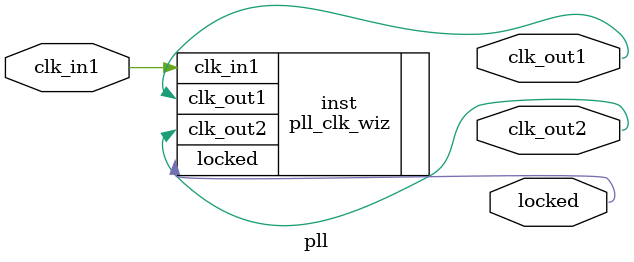
<source format=v>


`timescale 1ps/1ps

(* CORE_GENERATION_INFO = "pll,clk_wiz_v6_0_2_0_0,{component_name=pll,use_phase_alignment=true,use_min_o_jitter=false,use_max_i_jitter=false,use_dyn_phase_shift=false,use_inclk_switchover=false,use_dyn_reconfig=false,enable_axi=0,feedback_source=FDBK_AUTO,PRIMITIVE=PLL,num_out_clk=2,clkin1_period=20.000,clkin2_period=10.000,use_power_down=false,use_reset=false,use_locked=true,use_inclk_stopped=false,feedback_type=SINGLE,CLOCK_MGR_TYPE=NA,manual_override=false}" *)

module pll 
 (
  // Clock out ports
  output        clk_out1,
  output        clk_out2,
  // Status and control signals
  output        locked,
 // Clock in ports
  input         clk_in1
 );

  pll_clk_wiz inst
  (
  // Clock out ports  
  .clk_out1(clk_out1),
  .clk_out2(clk_out2),
  // Status and control signals               
  .locked(locked),
 // Clock in ports
  .clk_in1(clk_in1)
  );

endmodule

</source>
